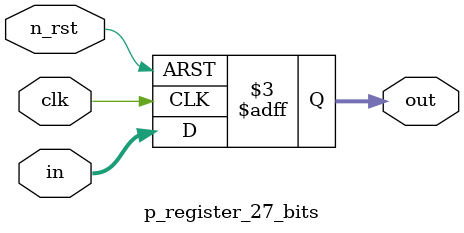
<source format=v>
module p_register_27_bits (out, in, clk, n_rst) ;
output reg [26:0]	out ;
input	[26:0]	in ;
input			clk, n_rst ;

// flipflop 	ff_00	(out[00], in[00], clk, n_rst) ;
// flipflop 	ff_01	(out[01], in[01], clk, n_rst) ;
// flipflop 	ff_02	(out[02], in[02], clk, n_rst) ;
// flipflop 	ff_03	(out[03], in[03], clk, n_rst) ;
// flipflop 	ff_04	(out[04], in[04], clk, n_rst) ;
// flipflop 	ff_05	(out[05], in[05], clk, n_rst) ;
// flipflop 	ff_06	(out[06], in[06], clk, n_rst) ;
// flipflop 	ff_07	(out[07], in[07], clk, n_rst) ;
// flipflop 	ff_08	(out[08], in[08], clk, n_rst) ;
// flipflop 	ff_09	(out[09], in[09], clk, n_rst) ;
// flipflop 	ff_10	(out[10], in[10], clk, n_rst) ;
// flipflop 	ff_11	(out[11], in[11], clk, n_rst) ;
// flipflop 	ff_12	(out[12], in[12], clk, n_rst) ;
// flipflop 	ff_13	(out[13], in[13], clk, n_rst) ;
// flipflop 	ff_14	(out[14], in[14], clk, n_rst) ;
// flipflop 	ff_15	(out[15], in[15], clk, n_rst) ;
// flipflop 	ff_16	(out[16], in[16], clk, n_rst) ;
// flipflop 	ff_17	(out[17], in[17], clk, n_rst) ;
// flipflop 	ff_18	(out[18], in[18], clk, n_rst) ;
// flipflop 	ff_19	(out[19], in[19], clk, n_rst) ;
// flipflop 	ff_20	(out[20], in[20], clk, n_rst) ;
// flipflop 	ff_21	(out[21], in[21], clk, n_rst) ;
// flipflop 	ff_22	(out[22], in[22], clk, n_rst) ;
// flipflop 	ff_23	(out[23], in[23], clk, n_rst) ;
// flipflop 	ff_24	(out[24], in[24], clk, n_rst) ;
// flipflop 	ff_25	(out[25], in[25], clk, n_rst) ;
// flipflop 	ff_26	(out[26], in[26], clk, n_rst) ;

always @(posedge clk or negedge n_rst) begin
   if(!n_rst) begin
      out <= 0;
   end else begin
      out <= in;
   end
end

endmodule // register_27_bits

</source>
